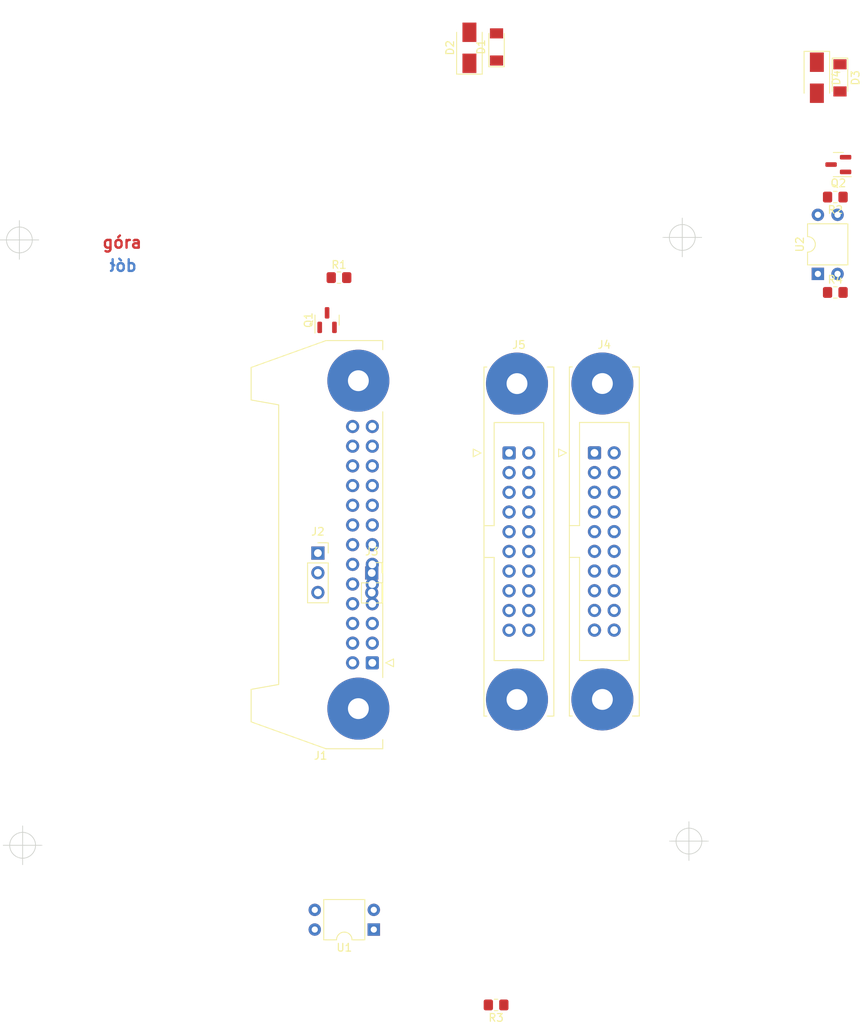
<source format=kicad_pcb>
(kicad_pcb (version 20211014) (generator pcbnew)
  (layers (0 "F.Cu" signal) (31 "B.Cu" signal) (34 "B.Paste" user) (35 "F.Paste" user) (36 "B.SilkS" user "B.Silkscreen") (37 "F.SilkS" user "F.Silkscreen") (38 "B.Mask" user) (39 "F.Mask" user) (44 "Edge.Cuts" user))
  (net 0 "")
  (net 1 "Net-(D1-Pad1)")
  (net 2 "GND")
  (net 3 "Net-(D3-Pad1)")
  (net 4 "Net-(R3-Pad1)")
  (net 5 "OK1")
  (net 6 "Net-(R1-Pad2)")
  (net 7 "VCC")
  (net 8 "Net-(R4-Pad1)")
  (net 9 "OK2")
  (net 10 "IN_AGREGAT_RESET")
  (net 14 "IN_AGREGAT_REKA")
  (net 16 "IN_WANNA")
  (net 18 "IN_INTERWAL")
  (net 20 "IN_CONFIG2")
  (net 22 "IN_CONFIG1")
  (net 24 "IN_AGREGAT_KRANCOWKA")
  (net 26 "IN_KOLO_KRANCOWKA")
  (net 27 "AGREGAT")
  (net 28 "IN_START")
  (net 29 "KOLO")
  (net 30 "IN_OBUDOWA")
  (net 31 "TIME+")
  (net 32 "TIME-")
  (net 51 "Net-(Q1-Pad2)")
  (net 52 "Net-(Q2-Pad2)")
  (net 53 "Net-(R2-Pad1)")
  (footprint "Resistor_SMD:R_0805_2012Metric_Pad1.20x1.40mm_HandSolder" (layer "F.Cu") (at 156.35 57.31)
    (fp_text reference "R4" (at 0 -1.65) (layer "F.SilkS"))
    (fp_text value "R")
    (fp_line (start -0.227064 0.735) (end 0.227064 0.735) (layer "F.SilkS") (width 0.12))
    (fp_line (start -0.227064 -0.735) (end 0.227064 -0.735) (layer "F.SilkS") (width 0.12))
    (pad "1" smd roundrect (at -1 0) (size 1.2 1.4) (layers "F.Cu" "F.Paste" "F.Mask") (roundrect_rratio 0.208333) (net 8 "Net-(R4-Pad1)"))
    (pad "2" smd roundrect (at 1 0) (size 1.2 1.4) (layers "F.Cu" "F.Paste" "F.Mask") (roundrect_rratio 0.208333) (net 7 "VCC"))
  )
  (footprint "Diode_SMD:D_SMA" (layer "F.Cu") (at 109.13 25.76 90)
    (fp_text reference "D2" (at 0 -2.5 90) (layer "F.SilkS"))
    (fp_text value "M7L-DIO")
    (fp_line (start -3.4 1.65) (end 2 1.65) (layer "F.SilkS") (width 0.12))
    (fp_line (start -3.4 -1.65) (end -3.4 1.65) (layer "F.SilkS") (width 0.12))
    (fp_line (start -3.4 -1.65) (end 2 -1.65) (layer "F.SilkS") (width 0.12))
    (pad "1" smd rect (at -2 0 90) (size 2.5 1.8) (layers "F.Cu" "F.Paste" "F.Mask") (net 1 "Net-(D1-Pad1)"))
    (pad "2" smd rect (at 2 0 90) (size 2.5 1.8) (layers "F.Cu" "F.Paste" "F.Mask") (net 2 "GND"))
  )
  (footprint "Diode_SMD:D_MiniMELF" (layer "F.Cu") (at 156.95 29.64 -90)
    (fp_text reference "D3" (at 0 -2 -90) (layer "F.SilkS"))
    (fp_text value "BZM55C30-LGE")
    (fp_line (start -2.55 -1) (end -2.55 1) (layer "F.SilkS") (width 0.12))
    (fp_line (start 1.75 -1) (end -2.55 -1) (layer "F.SilkS") (width 0.12))
    (fp_line (start -2.55 1) (end 1.75 1) (layer "F.SilkS") (width 0.12))
    (pad "1" smd rect (at -1.75 0 270) (size 1.3 1.7) (layers "F.Cu" "F.Paste" "F.Mask") (net 3 "Net-(D3-Pad1)"))
    (pad "2" smd rect (at 1.75 0 270) (size 1.3 1.7) (layers "F.Cu" "F.Paste" "F.Mask") (net 27 "AGREGAT"))
  )
  (footprint "Connector_IDC:IDC-Header_2x10-1MP_P2.54mm_Latch_Vertical" (layer "F.Cu") (at 125.27 78)
    (fp_text reference "J4" (at 1.27 -13.94) (layer "F.SilkS"))
    (fp_text value "Conn_02x10_Odd_Even")
    (fp_line (start 4.91 -11.08) (end 5.78 -11.08) (layer "F.SilkS") (width 0.12))
    (fp_line (start 5.78 33.94) (end 4.91 33.94) (layer "F.SilkS") (width 0.12))
    (fp_line (start -3.24 -11.08) (end -3.24 33.94) (layer "F.SilkS") (width 0.12))
    (fp_line (start -1.93 13.48) (end -3.24 13.48) (layer "F.SilkS") (width 0.12))
    (fp_line (start -1.93 13.48) (end -1.93 13.48) (layer "F.SilkS") (width 0.12))
    (fp_line (start -3.24 9.38) (end -1.93 9.38) (layer "F.SilkS") (width 0.12))
    (fp_line (start -3.24 33.94) (end -2.87 33.94) (layer "F.SilkS") (width 0.12))
    (fp_line (start -4.63 0.5) (end -3.63 0) (layer "F.SilkS") (width 0.12))
    (fp_line (start -2.87 -11.08) (end -3.24 -11.08) (layer "F.SilkS") (width 0.12))
    (fp_line (start -3.63 0) (end -4.63 -0.5) (layer "F.SilkS") (width 0.12))
    (fp_line (start 5.78 -11.08) (end 5.78 33.94) (layer "F.SilkS") (width 0.12))
    (fp_line (start -4.63 -0.5) (end -4.63 0.5) (layer "F.SilkS") (width 0.12))
    (fp_line (start -1.93 -3.92) (end 4.47 -3.92) (layer "F.SilkS") (width 0.12))
    (fp_line (start -1.93 9.38) (end -1.93 -3.92) (layer "F.SilkS") (width 0.12))
    (fp_line (start 4.47 -3.92) (end 4.47 26.78) (layer "F.SilkS") (width 0.12))
    (fp_line (start 4.47 26.78) (end -1.93 26.78) (layer "F.SilkS") (width 0.12))
    (fp_line (start -1.93 26.78) (end -1.93 13.48) (layer "F.SilkS") (width 0.12))
    (pad "1" thru_hole roundrect (at 0 0) (size 1.7 1.7) (drill 1) (layers *.Cu *.Mask) (roundrect_rratio 0.147059) (net 30 "IN_OBUDOWA"))
    (pad "2" thru_hole circle (at 2.54 0) (size 1.7 1.7) (drill 1) (layers *.Cu *.Mask) (net 14 "IN_AGREGAT_REKA"))
    (pad "3" thru_hole circle (at 0 2.54) (size 1.7 1.7) (drill 1) (layers *.Cu *.Mask) (net 28 "IN_START"))
    (pad "4" thru_hole circle (at 2.54 2.54) (size 1.7 1.7) (drill 1) (layers *.Cu *.Mask) (net 10 "IN_AGREGAT_RESET"))
    (pad "5" thru_hole circle (at 0 5.08) (size 1.7 1.7) (drill 1) (layers *.Cu *.Mask) (net 26 "IN_KOLO_KRANCOWKA"))
    (pad "6" thru_hole circle (at 2.54 5.08) (size 1.7 1.7) (drill 1) (layers *.Cu *.Mask) (net 31 "TIME+"))
    (pad "7" thru_hole circle (at 0 7.62) (size 1.7 1.7) (drill 1) (layers *.Cu *.Mask) (net 24 "IN_AGREGAT_KRANCOWKA"))
    (pad "8" thru_hole circle (at 2.54 7.62) (size 1.7 1.7) (drill 1) (layers *.Cu *.Mask) (net 32 "TIME-"))
    (pad "9" thru_hole circle (at 0 10.16) (size 1.7 1.7) (drill 1) (layers *.Cu *.Mask) (net 22 "IN_CONFIG1"))
    (pad "10" thru_hole circle (at 2.54 10.16) (size 1.7 1.7) (drill 1) (layers *.Cu *.Mask))
    (pad "11" thru_hole circle (at 0 12.7) (size 1.7 1.7) (drill 1) (layers *.Cu *.Mask) (net 20 "IN_CONFIG2"))
    (pad "12" thru_hole circle (at 2.54 12.7) (size 1.7 1.7) (drill 1) (layers *.Cu *.Mask))
    (pad "13" thru_hole circle (at 0 15.24) (size 1.7 1.7) (drill 1) (layers *.Cu *.Mask) (net 18 "IN_INTERWAL"))
    (pad "14" thru_hole circle (at 2.54 15.24) (size 1.7 1.7) (drill 1) (layers *.Cu *.Mask))
    (pad "15" thru_hole circle (at 0 17.78) (size 1.7 1.7) (drill 1) (layers *.Cu *.Mask) (net 16 "IN_WANNA"))
    (pad "16" thru_hole circle (at 2.54 17.78) (size 1.7 1.7) (drill 1) (layers *.Cu *.Mask))
    (pad "17" thru_hole circle (at 0 20.32) (size 1.7 1.7) (drill 1) (layers *.Cu *.Mask) (net 2 "GND"))
    (pad "18" thru_hole circle (at 2.54 20.32) (size 1.7 1.7) (drill 1) (layers *.Cu *.Mask) (net 2 "GND"))
    (pad "19" thru_hole circle (at 0 22.86) (size 1.7 1.7) (drill 1) (layers *.Cu *.Mask) (net 2 "GND"))
    (pad "20" thru_hole circle (at 2.54 22.86) (size 1.7 1.7) (drill 1) (layers *.Cu *.Mask) (net 2 "GND"))
    (pad "MP" thru_hole circle (at 1.02 -8.94) (size 8 8) (drill 2.69) (layers *.Cu *.Mask))
    (pad "MP" thru_hole circle (at 1.02 31.8) (size 8 8) (drill 2.69) (layers *.Cu *.Mask))
  )
  (footprint "Resistor_SMD:R_0805_2012Metric_Pad1.20x1.40mm_HandSolder" (layer "F.Cu") (at 92.2975 55.4)
    (fp_text reference "R1" (at 0 -1.65) (layer "F.SilkS"))
    (fp_text value "R")
    (fp_line (start -0.227064 0.735) (end 0.227064 0.735) (layer "F.SilkS") (width 0.12))
    (fp_line (start -0.227064 -0.735) (end 0.227064 -0.735) (layer "F.SilkS") (width 0.12))
    (pad "1" smd roundrect (at -1 0) (size 1.2 1.4) (layers "F.Cu" "F.Paste" "F.Mask") (roundrect_rratio 0.208333) (net 51 "Net-(Q1-Pad2)"))
    (pad "2" smd roundrect (at 1 0) (size 1.2 1.4) (layers "F.Cu" "F.Paste" "F.Mask") (roundrect_rratio 0.208333) (net 6 "Net-(R1-Pad2)"))
  )
  (footprint "Package_DIP:DIP-4_W7.62mm" (layer "F.Cu") (at 96.79 139.475 180)
    (fp_text reference "U1" (at 3.81 -2.33) (layer "F.SilkS"))
    (fp_text value "PC817")
    (fp_line (start 6.46 3.87) (end 6.46 -1.33) (layer "F.SilkS") (width 0.12))
    (fp_line (start 6.46 -1.33) (end 4.81 -1.33) (layer "F.SilkS") (width 0.12))
    (fp_line (start 2.81 -1.33) (end 1.16 -1.33) (layer "F.SilkS") (width 0.12))
    (fp_line (start 1.16 3.87) (end 6.46 3.87) (layer "F.SilkS") (width 0.12))
    (fp_line (start 1.16 -1.33) (end 1.16 3.87) (layer "F.SilkS") (width 0.12))
    (fp_arc (start 4.81 -1.33) (mid 3.81 -0.33) (end 2.81 -1.33) (layer "F.SilkS") (width 0.12))
    (pad "1" thru_hole rect (at 0 0 180) (size 1.6 1.6) (drill 0.8) (layers *.Cu *.Mask) (net 4 "Net-(R3-Pad1)"))
    (pad "2" thru_hole oval (at 0 2.54 180) (size 1.6 1.6) (drill 0.8) (layers *.Cu *.Mask) (net 5 "OK1"))
    (pad "3" thru_hole oval (at 7.62 2.54 180) (size 1.6 1.6) (drill 0.8) (layers *.Cu *.Mask) (net 6 "Net-(R1-Pad2)"))
    (pad "4" thru_hole oval (at 7.62 0 180) (size 1.6 1.6) (drill 0.8) (layers *.Cu *.Mask) (net 7 "VCC"))
  )
  (footprint "Resistor_SMD:R_0805_2012Metric_Pad1.20x1.40mm_HandSolder" (layer "F.Cu") (at 112.57 149.2 180)
    (fp_text reference "R3" (at 0 -1.65) (layer "F.SilkS"))
    (fp_text value "R")
    (fp_line (start -0.227064 -0.735) (end 0.227064 -0.735) (layer "F.SilkS") (width 0.12))
    (fp_line (start -0.227064 0.735) (end 0.227064 0.735) (layer "F.SilkS") (width 0.12))
    (pad "1" smd roundrect (at -1 0 180) (size 1.2 1.4) (layers "F.Cu" "F.Paste" "F.Mask") (roundrect_rratio 0.208333) (net 4 "Net-(R3-Pad1)"))
    (pad "2" smd roundrect (at 1 0 180) (size 1.2 1.4) (layers "F.Cu" "F.Paste" "F.Mask") (roundrect_rratio 0.208333) (net 7 "VCC"))
  )
  (footprint "Package_DIP:DIP-4_W7.62mm" (layer "F.Cu") (at 154.1 54.92 90)
    (fp_text reference "U2" (at 3.81 -2.33 90) (layer "F.SilkS"))
    (fp_text value "PC817")
    (fp_line (start 1.16 -1.33) (end 1.16 3.87) (layer "F.SilkS") (width 0.12))
    (fp_line (start 1.16 3.87) (end 6.46 3.87) (layer "F.SilkS") (width 0.12))
    (fp_line (start 6.46 3.87) (end 6.46 -1.33) (layer "F.SilkS") (width 0.12))
    (fp_line (start 2.81 -1.33) (end 1.16 -1.33) (layer "F.SilkS") (width 0.12))
    (fp_line (start 6.46 -1.33) (end 4.81 -1.33) (layer "F.SilkS") (width 0.12))
    (fp_arc (start 4.81 -1.33) (mid 3.81 -0.33) (end 2.81 -1.33) (layer "F.SilkS") (width 0.12))
    (pad "1" thru_hole rect (at 0 0 90) (size 1.6 1.6) (drill 0.8) (layers *.Cu *.Mask) (net 8 "Net-(R4-Pad1)"))
    (pad "2" thru_hole oval (at 0 2.54 90) (size 1.6 1.6) (drill 0.8) (layers *.Cu *.Mask) (net 9 "OK2"))
    (pad "3" thru_hole oval (at 7.62 2.54 90) (size 1.6 1.6) (drill 0.8) (layers *.Cu *.Mask) (net 53 "Net-(R2-Pad1)"))
    (pad "4" thru_hole oval (at 7.62 0 90) (size 1.6 1.6) (drill 0.8) (layers *.Cu *.Mask) (net 7 "VCC"))
  )
  (footprint "Connector_IDC:IDC-Header_2x13-1MP_P2.54mm_Latch_Horizontal" (layer "F.Cu") (at 96.5975 105.08 180)
    (fp_text reference "J1" (at 6.665 -11.97 180) (layer "F.SilkS"))
    (fp_text value "Conn_02x13_Odd_Even")
    (fp_line (start 5.98 -11.08) (end 15.64 -7.61) (layer "F.SilkS") (width 0.12))
    (fp_line (start -2.74 -0.5) (end -2.74 0.5) (layer "F.SilkS") (width 0.12))
    (fp_line (start 5.98 41.56) (end -1.35 41.56) (layer "F.SilkS") (width 0.12))
    (fp_line (start -1.35 -1.905) (end -1.35 32.385) (layer "F.SilkS") (width 0.12))
    (fp_line (start 15.64 -3.42) (end 12.08 -2.79) (layer "F.SilkS") (width 0.12))
    (fp_line (start 12.08 33.27) (end 15.64 33.9) (layer "F.SilkS") (width 0.12))
    (fp_line (start -1.35 -11.08) (end 5.98 -11.08) (layer "F.SilkS") (width 0.12))
    (fp_line (start 15.64 38.09) (end 5.98 41.56) (layer "F.SilkS") (width 0.12))
    (fp_line (start -2.74 0.5) (end -1.74 0) (layer "F.SilkS") (width 0.12))
    (fp_line (start -1.74 0) (end -2.74 -0.5) (layer "F.SilkS") (width 0.12))
    (fp_line (start 15.64 33.9) (end 15.64 38.09) (layer "F.SilkS") (width 0.12))
    (fp_line (start -1.35 -11.08) (end -1.35 -9.905) (layer "F.SilkS") (width 0.12))
    (fp_line (start 12.08 -2.79) (end 12.08 33.27) (layer "F.SilkS") (width 0.12))
    (fp_line (start -1.35 40.385) (end -1.35 41.56) (layer "F.SilkS") (width 0.12))
    (fp_line (start 15.64 -7.61) (end 15.64 -3.42) (layer "F.SilkS") (width 0.12))
    (pad "1" thru_hole roundrect (at 0 0 180) (size 1.7 1.7) (drill 1) (layers *.Cu *.Mask) (roundrect_rratio 0.147059) (net 2 "GND"))
    (pad "2" thru_hole circle (at 2.54 0 180) (size 1.7 1.7) (drill 1) (layers *.Cu *.Mask) (net 2 "GND"))
    (pad "3" thru_hole circle (at 0 2.54 180) (size 1.7 1.7) (drill 1) (layers *.Cu *.Mask) (net 2 "GND"))
    (pad "4" thru_hole circle (at 2.54 2.54 180) (size 1.7 1.7) (drill 1) (layers *.Cu *.Mask) (net 10 "IN_AGREGAT_RESET"))
    (pad "5" thru_hole circle (at 0 5.08 180) (size 1.7 1.7) (drill 1) (layers *.Cu *.Mask) (net 7 "VCC"))
    (pad "6" thru_hole circle (at 2.54 5.08 180) (size 1.7 1.7) (drill 1) (layers *.Cu *.Mask))
    (pad "7" thru_hole circle (at 0 7.62 180) (size 1.7 1.7) (drill 1) (layers *.Cu *.Mask) (net 7 "VCC"))
    (pad "8" thru_hole circle (at 2.54 7.62 180) (size 1.7 1.7) (drill 1) (layers *.Cu *.Mask))
    (pad "9" thru_hole circle (at 0 10.16 180) (size 1.7 1.7) (drill 1) (layers *.Cu *.Mask))
    (pad "10" thru_hole circle (at 2.54 10.16 180) (size 1.7 1.7) (drill 1) (layers *.Cu *.Mask) (net 14 "IN_AGREGAT_REKA"))
    (pad "11" thru_hole circle (at 0 12.7 180) (size 1.7 1.7) (drill 1) (layers *.Cu *.Mask))
    (pad "12" thru_hole circle (at 2.54 12.7 180) (size 1.7 1.7) (drill 1) (layers *.Cu *.Mask) (net 16 "IN_WANNA"))
    (pad "13" thru_hole circle (at 0 15.24 180) (size 1.7 1.7) (drill 1) (layers *.Cu *.Mask))
    (pad "14" thru_hole circle (at 2.54 15.24 180) (size 1.7 1.7) (drill 1) (layers *.Cu *.Mask) (net 18 "IN_INTERWAL"))
    (pad "15" thru_hole circle (at 0 17.78 180) (size 1.7 1.7) (drill 1) (layers *.Cu *.Mask))
    (pad "16" thru_hole circle (at 2.54 17.78 180) (size 1.7 1.7) (drill 1) (layers *.Cu *.Mask) (net 20 "IN_CONFIG2"))
    (pad "17" thru_hole circle (at 0 20.32 180) (size 1.7 1.7) (drill 1) (layers *.Cu *.Mask))
    (pad "18" thru_hole circle (at 2.54 20.32 180) (size 1.7 1.7) (drill 1) (layers *.Cu *.Mask) (net 22 "IN_CONFIG1"))
    (pad "19" thru_hole circle (at 0 22.86 180) (size 1.7 1.7) (drill 1) (layers *.Cu *.Mask))
    (pad "20" thru_hole circle (at 2.54 22.86 180) (size 1.7 1.7) (drill 1) (layers *.Cu *.Mask) (net 24 "IN_AGREGAT_KRANCOWKA"))
    (pad "21" thru_hole circle (at 0 25.4 180) (size 1.7 1.7) (drill 1) (layers *.Cu *.Mask))
    (pad "22" thru_hole circle (at 2.54 25.4 180) (size 1.7 1.7) (drill 1) (layers *.Cu *.Mask) (net 26 "IN_KOLO_KRANCOWKA"))
    (pad "23" thru_hole circle (at 0 27.94 180) (size 1.7 1.7) (drill 1) (layers *.Cu *.Mask) (net 27 "AGREGAT"))
    (pad "24" thru_hole circle (at 2.54 27.94 180) (size 1.7 1.7) (drill 1) (layers *.Cu *.Mask) (net 28 "IN_START"))
    (pad "25" thru_hole circle (at 0 30.48 180) (size 1.7 1.7) (drill 1) (layers *.Cu *.Mask) (net 29 "KOLO"))
    (pad "26" thru_hole circle (at 2.54 30.48 180) (size 1.7 1.7) (drill 1) (layers *.Cu *.Mask) (net 30 "IN_OBUDOWA"))
    (pad "MP" thru_hole circle (at 1.8 -5.905 180) (size 8 8) (drill 2.69) (layers *.Cu *.Mask))
    (pad "MP" thru_hole circle (at 1.8 36.385 180) (size 8 8) (drill 2.69) (layers *.Cu *.Mask))
  )
  (footprint "Package_TO_SOT_SMD:SOT-23" (layer "F.Cu") (at 90.76 60.88 90)
    (fp_text reference "Q1" (at 0 -2.4 90) (layer "F.SilkS"))
    (fp_text value "BCW66FR")
    (fp_line (start 0 1.56) (end -0.65 1.56) (layer "F.SilkS") (width 0.12))
    (fp_line (start 0 -1.56) (end -1.675 -1.56) (layer "F.SilkS") (width 0.12))
    (fp_line (start 0 -1.56) (end 0.65 -1.56) (layer "F.SilkS") (width 0.12))
    (fp_line (start 0 1.56) (end 0.65 1.56) (layer "F.SilkS") (width 0.12))
    (pad "1" smd roundrect (at -0.9375 -0.95 90) (size 1.475 0.6) (layers "F.Cu" "F.Paste" "F.Mask") (net 29 "KOLO"))
    (pad "2" smd roundrect (at -0.9375 0.95 90) (size 1.475 0.6) (layers "F.Cu" "F.Paste" "F.Mask") (net 51 "Net-(Q1-Pad2)"))
    (pad "3" smd roundrect (at 0.9375 0 90) (size 1.475 0.6) (layers "F.Cu" "F.Paste" "F.Mask") (net 7 "VCC"))
  )
  (footprint "Connector_PinSocket_2.54mm:PinSocket_1x03_P2.54mm_Vertical" (layer "F.Cu") (at 89.575 90.925)
    (fp_text reference "J2" (at 0 -2.77) (layer "F.SilkS"))
    (fp_text value "Conn_01x03_Female")
    (fp_line (start 1.33 1.27) (end 1.33 6.41) (layer "F.SilkS") (width 0.12))
    (fp_line (start 1.33 -1.33) (end 1.33 0) (layer "F.SilkS") (width 0.12))
    (fp_line (start 0 -1.33) (end 1.33 -1.33) (layer "F.SilkS") (width 0.12))
    (fp_line (start -1.33 1.27) (end -1.33 6.41) (layer "F.SilkS") (width 0.12))
    (fp_line (start -1.33 1.27) (end 1.33 1.27) (layer "F.SilkS") (width 0.12))
    (fp_line (start -1.33 6.41) (end 1.33 6.41) (layer "F.SilkS") (width 0.12))
    (pad "1" thru_hole rect (at 0 0) (size 1.7 1.7) (drill 1) (layers *.Cu *.Mask) (net 31 "TIME+"))
    (pad "2" thru_hole oval (at 0 2.54) (size 1.7 1.7) (drill 1) (layers *.Cu *.Mask) (net 7 "VCC"))
    (pad "3" thru_hole oval (at 0 5.08) (size 1.7 1.7) (drill 1) (layers *.Cu *.Mask) (net 32 "TIME-"))
  )
  (footprint "Package_TO_SOT_SMD:SOT-23" (layer "F.Cu") (at 156.74 40.82 180)
    (fp_text reference "Q2" (at 0 -2.4 180) (layer "F.SilkS"))
    (fp_text value "BCW66FR")
    (fp_line (start 0 -1.56) (end -1.675 -1.56) (layer "F.SilkS") (width 0.12))
    (fp_line (start 0 1.56) (end 0.65 1.56) (layer "F.SilkS") (width 0.12))
    (fp_line (start 0 1.56) (end -0.65 1.56) (layer "F.SilkS") (width 0.12))
    (fp_line (start 0 -1.56) (end 0.65 -1.56) (layer "F.SilkS") (width 0.12))
    (pad "1" smd roundrect (at -0.9375 -0.95 180) (size 1.475 0.6) (layers "F.Cu" "F.Paste" "F.Mask") (net 27 "AGREGAT"))
    (pad "2" smd roundrect (at -0.9375 0.95 180) (size 1.475 0.6) (layers "F.Cu" "F.Paste" "F.Mask") (net 52 "Net-(Q2-Pad2)"))
    (pad "3" smd roundrect (at 0.9375 0 180) (size 1.475 0.6) (layers "F.Cu" "F.Paste" "F.Mask") (net 7 "VCC"))
  )
  (footprint "Connector_IDC:IDC-Header_2x10-1MP_P2.54mm_Latch_Vertical" (layer "F.Cu") (at 114.25 78.01)
    (fp_text reference "J5" (at 1.27 -13.94) (layer "F.SilkS"))
    (fp_text value "Conn_02x10_Odd_Even")
    (fp_line (start -1.93 13.48) (end -1.93 13.48) (layer "F.SilkS") (width 0.12))
    (fp_line (start 5.78 33.94) (end 4.91 33.94) (layer "F.SilkS") (width 0.12))
    (fp_line (start -2.87 -11.08) (end -3.24 -11.08) (layer "F.SilkS") (width 0.12))
    (fp_line (start 4.47 26.78) (end -1.93 26.78) (layer "F.SilkS") (width 0.12))
    (fp_line (start -3.24 -11.08) (end -3.24 33.94) (layer "F.SilkS") (width 0.12))
    (fp_line (start 4.47 -3.92) (end 4.47 26.78) (layer "F.SilkS") (width 0.12))
    (fp_line (start -1.93 9.38) (end -1.93 -3.92) (layer "F.SilkS") (width 0.12))
    (fp_line (start -3.24 33.94) (end -2.87 33.94) (layer "F.SilkS") (width 0.12))
    (fp_line (start 4.91 -11.08) (end 5.78 -11.08) (layer "F.SilkS") (width 0.12))
    (fp_line (start -4.63 -0.5) (end -4.63 0.5) (layer "F.SilkS") (width 0.12))
    (fp_line (start 5.78 -11.08) (end 5.78 33.94) (layer "F.SilkS") (width 0.12))
    (fp_line (start -1.93 13.48) (end -3.24 13.48) (layer "F.SilkS") (width 0.12))
    (fp_line (start -1.93 26.78) (end -1.93 13.48) (layer "F.SilkS") (width 0.12))
    (fp_line (start -3.24 9.38) (end -1.93 9.38) (layer "F.SilkS") (width 0.12))
    (fp_line (start -3.63 0) (end -4.63 -0.5) (layer "F.SilkS") (width 0.12))
    (fp_line (start -1.93 -3.92) (end 4.47 -3.92) (layer "F.SilkS") (width 0.12))
    (fp_line (start -4.63 0.5) (end -3.63 0) (layer "F.SilkS") (width 0.12))
    (pad "1" thru_hole roundrect (at 0 0) (size 1.7 1.7) (drill 1) (layers *.Cu *.Mask) (roundrect_rratio 0.147059) (net 5 "OK1"))
    (pad "2" thru_hole circle (at 2.54 0) (size 1.7 1.7) (drill 1) (layers *.Cu *.Mask) (net 9 "OK2"))
    (pad "3" thru_hole circle (at 0 2.54) (size 1.7 1.7) (drill 1) (layers *.Cu *.Mask))
    (pad "4" thru_hole circle (at 2.54 2.54) (size 1.7 1.7) (drill 1) (layers *.Cu *.Mask))
    (pad "5" thru_hole circle (at 0 5.08) (size 1.7 1.7) (drill 1) (layers *.Cu *.Mask))
    (pad "6" thru_hole circle (at 2.54 5.08) (size 1.7 1.7) (drill 1) (layers *.Cu *.Mask))
    (pad "7" thru_hole circle (at 0 7.62) (size 1.7 1.7) (drill 1) (layers *.Cu *.Mask))
    (pad "8" thru_hole circle (at 2.54 7.62) (size 1.7 1.7) (drill 1) (layers *.Cu *.Mask))
    (pad "9" thru_hole circle (at 0 10.16) (size 1.7 1.7) (drill 1) (layers *.Cu *.Mask))
    (pad "10" thru_hole circle (at 2.54 10.16) (size 1.7 1.7) (drill 1) (layers *.Cu *.Mask))
    (pad "11" thru_hole circle (at 0 12.7) (size 1.7 1.7) (drill 1) (layers *.Cu *.Mask))
    (pad "12" thru_hole circle (at 2.54 12.7) (size 1.7 1.7) (drill 1) (layers *.Cu *.Mask))
    (pad "13" thru_hole circle (at 0 15.24) (size 1.7 1.7) (drill 1) (layers *.Cu *.Mask))
    (pad "14" thru_hole circle (at 2.54 15.24) (size 1.7 1.7) (drill 1) (layers *.Cu *.Mask))
    (pad "15" thru_hole circle (at 0 17.78) (size 1.7 1.7) (drill 1) (layers *.Cu *.Mask))
    (pad "16" thru_hole circle (at 2.54 17.78) (size 1.7 1.7) (drill 1) (layers *.Cu *.Mask))
    (pad "17" thru_hole circle (at 0 20.32) (size 1.7 1.7) (drill 1) (layers *.Cu *.Mask) (net 7 "VCC"))
    (pad "18" thru_hole circle (at 2.54 20.32) (size 1.7 1.7) (drill 1) (layers *.Cu *.Mask) (net 2 "GND"))
    (pad "19" thru_hole circle (at 0 22.86) (size 1.7 1.7) (drill 1) (layers *.Cu *.Mask) (net 7 "VCC"))
    (pad "20" thru_hole circle (at 2.54 22.86) (size 1.7 1.7) (drill 1) (layers *.Cu *.Mask) (net 2 "GND"))
    (pad "MP" thru_hole circle (at 1.02 -8.94) (size 8 8) (drill 2.69) (layers *.Cu *.Mask))
    (pad "MP" thru_hole circle (at 1.02 31.8) (size 8 8) (drill 2.69) (layers *.Cu *.Mask))
  )
  (footprint "Connector_PinSocket_2.54mm:PinSocket_1x02_P2.54mm_Vertical" (layer "F.Cu") (at 96.525 93.49)
    (fp_text reference "J3" (at 0 -2.77) (layer "F.SilkS"))
    (fp_text value "POWER")
    (fp_line (start -1.33 1.27) (end -1.33 3.87) (layer "F.SilkS") (width 0.12))
    (fp_line (start -1.33 1.27) (end 1.33 1.27) (layer "F.SilkS") (width 0.12))
    (fp_line (start 1.33 -1.33) (end 1.33 0) (layer "F.SilkS") (width 0.12))
    (fp_line (start -1.33 3.87) (end 1.33 3.87) (layer "F.SilkS") (width 0.12))
    (fp_line (start 0 -1.33) (end 1.33 -1.33) (layer "F.SilkS") (width 0.12))
    (fp_line (start 1.33 1.27) (end 1.33 3.87) (layer "F.SilkS") (width 0.12))
    (pad "1" thru_hole rect (at 0 0) (size 1.7 1.7) (drill 1) (layers *.Cu *.Mask) (net 7 "VCC"))
    (pad "2" thru_hole oval (at 0 2.54) (size 1.7 1.7) (drill 1) (layers *.Cu *.Mask) (net 2 "GND"))
  )
  (footprint "Diode_SMD:D_MiniMELF" (layer "F.Cu") (at 112.63 25.65 90)
    (fp_text reference "D1" (at 0 -2 90) (layer "F.SilkS"))
    (fp_text value "BZM55C30-LGE")
    (fp_line (start -2.55 -1) (end -2.55 1) (layer "F.SilkS") (width 0.12))
    (fp_line (start -2.55 1) (end 1.75 1) (layer "F.SilkS") (width 0.12))
    (fp_line (start 1.75 -1) (end -2.55 -1) (layer "F.SilkS") (width 0.12))
    (pad "1" smd rect (at -1.75 0 90) (size 1.3 1.7) (layers "F.Cu" "F.Paste" "F.Mask") (net 1 "Net-(D1-Pad1)"))
    (pad "2" smd rect (at 1.75 0 90) (size 1.3 1.7) (layers "F.Cu" "F.Paste" "F.Mask") (net 29 "KOLO"))
  )
  (footprint "Diode_SMD:D_SMA" (layer "F.Cu") (at 153.97 29.62 -90)
    (fp_text reference "D4" (at 0 -2.5 -90) (layer "F.SilkS"))
    (fp_text value "M7L-DIO")
    (fp_line (start -3.4 -1.65) (end -3.4 1.65) (layer "F.SilkS") (width 0.12))
    (fp_line (start -3.4 -1.65) (end 2 -1.65) (layer "F.SilkS") (width 0.12))
    (fp_line (start -3.4 1.65) (end 2 1.65) (layer "F.SilkS") (width 0.12))
    (pad "1" smd rect (at -2 0 270) (size 2.5 1.8) (layers "F.Cu" "F.Paste" "F.Mask") (net 3 "Net-(D3-Pad1)"))
    (pad "2" smd rect (at 2 0 270) (size 2.5 1.8) (layers "F.Cu" "F.Paste" "F.Mask") (net 2 "GND"))
  )
  (footprint "Resistor_SMD:R_0805_2012Metric_Pad1.20x1.40mm_HandSolder" (layer "F.Cu") (at 156.35 45.01 180)
    (fp_text reference "R2" (at 0 -1.65) (layer "F.SilkS"))
    (fp_text value "R")
    (fp_line (start -0.227064 0.735) (end 0.227064 0.735) (layer "F.SilkS") (width 0.12))
    (fp_line (start -0.227064 -0.735) (end 0.227064 -0.735) (layer "F.SilkS") (width 0.12))
    (pad "1" smd roundrect (at -1 0 180) (size 1.2 1.4) (layers "F.Cu" "F.Paste" "F.Mask") (roundrect_rratio 0.208333) (net 53 "Net-(R2-Pad1)"))
    (pad "2" smd roundrect (at 1 0 180) (size 1.2 1.4) (layers "F.Cu" "F.Paste" "F.Mask") (roundrect_rratio 0.208333) (net 52 "Net-(Q2-Pad2)"))
  )
  (gr_text "góra" (at 64.31 50.86) (layer "F.Cu") (effects (font (size 1.5 1.5) (thickness 0.3))))
  (gr_text "dół" (at 64.41 53.85) (layer "B.Cu") (effects (font (size 1.5 1.5) (thickness 0.3)) (justify mirror)))
  (target plus (at 137.46 128.07) (size 5) (width 0.1) (layer "Edge.Cuts"))
  (target plus (at 51.47 128.61) (size 5) (width 0.1) (layer "Edge.Cuts"))
  (target plus (at 51.05 50.54) (size 5) (width 0.1) (layer "Edge.Cuts"))
  (target plus (at 136.6 50.22) (size 5) (width 0.1) (layer "Edge.Cuts"))
)
</source>
